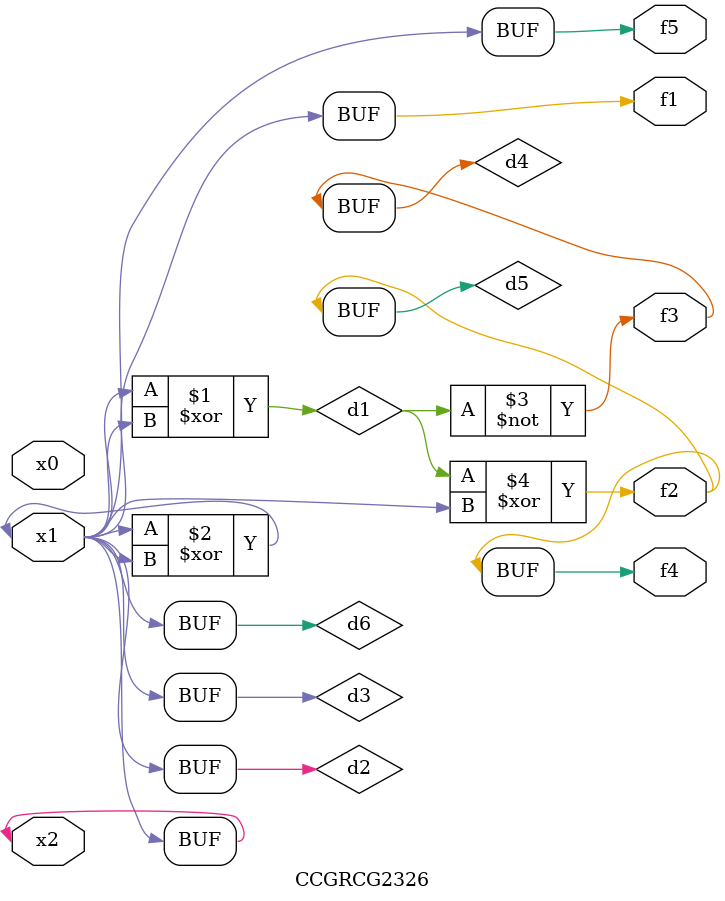
<source format=v>
module CCGRCG2326(
	input x0, x1, x2,
	output f1, f2, f3, f4, f5
);

	wire d1, d2, d3, d4, d5, d6;

	xor (d1, x1, x2);
	buf (d2, x1, x2);
	xor (d3, x1, x2);
	nor (d4, d1);
	xor (d5, d1, d2);
	buf (d6, d2, d3);
	assign f1 = d6;
	assign f2 = d5;
	assign f3 = d4;
	assign f4 = d5;
	assign f5 = d6;
endmodule

</source>
